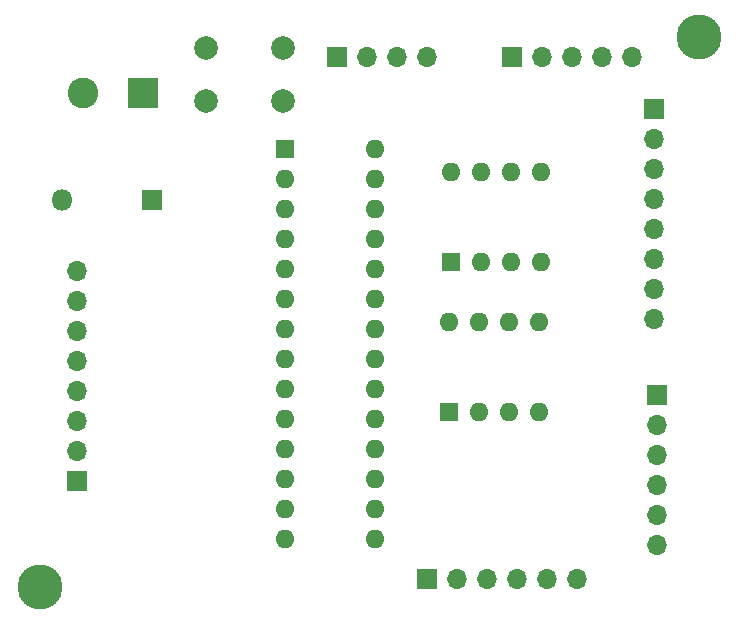
<source format=gbr>
%TF.GenerationSoftware,KiCad,Pcbnew,8.0.7*%
%TF.CreationDate,2025-04-27T20:59:37+03:00*%
%TF.ProjectId,data_logger_atmega_eeprom,64617461-5f6c-46f6-9767-65725f61746d,rev?*%
%TF.SameCoordinates,Original*%
%TF.FileFunction,Soldermask,Bot*%
%TF.FilePolarity,Negative*%
%FSLAX46Y46*%
G04 Gerber Fmt 4.6, Leading zero omitted, Abs format (unit mm)*
G04 Created by KiCad (PCBNEW 8.0.7) date 2025-04-27 20:59:37*
%MOMM*%
%LPD*%
G01*
G04 APERTURE LIST*
%ADD10C,3.800000*%
%ADD11R,2.600000X2.600000*%
%ADD12C,2.600000*%
%ADD13R,1.700000X1.700000*%
%ADD14O,1.700000X1.700000*%
%ADD15O,1.600000X1.600000*%
%ADD16R,1.600000X1.600000*%
%ADD17R,1.800000X1.800000*%
%ADD18O,1.800000X1.800000*%
%ADD19C,2.000000*%
G04 APERTURE END LIST*
D10*
%TO.C,H2*%
X127180000Y-95810000D03*
%TD*%
%TO.C,H1*%
X182960000Y-49250000D03*
%TD*%
D11*
%TO.C,J7*%
X135895000Y-54025000D03*
D12*
X130815000Y-54025000D03*
%TD*%
D13*
%TO.C,J1*%
X152290000Y-50990000D03*
D14*
X154830000Y-50990000D03*
X157370000Y-50990000D03*
X159910000Y-50990000D03*
%TD*%
D13*
%TO.C,J6*%
X179150000Y-55405000D03*
D14*
X179150000Y-57945000D03*
X179150000Y-60485000D03*
X179150000Y-63025000D03*
X179150000Y-65565000D03*
X179150000Y-68105000D03*
X179150000Y-70645000D03*
X179150000Y-73185000D03*
%TD*%
D13*
%TO.C,J5*%
X130310000Y-86900000D03*
D14*
X130310000Y-84360000D03*
X130310000Y-81820000D03*
X130310000Y-79280000D03*
X130310000Y-76740000D03*
X130310000Y-74200000D03*
X130310000Y-71660000D03*
X130310000Y-69120000D03*
%TD*%
D15*
%TO.C,U2*%
X161820000Y-73410000D03*
X164360000Y-73410000D03*
X166900000Y-73410000D03*
X169440000Y-73410000D03*
X169440000Y-81030000D03*
X166900000Y-81030000D03*
X164360000Y-81030000D03*
D16*
X161820000Y-81030000D03*
%TD*%
D13*
%TO.C,J3*%
X159930000Y-95150000D03*
D14*
X162470000Y-95150000D03*
X165010000Y-95150000D03*
X167550000Y-95150000D03*
X170090000Y-95150000D03*
X172630000Y-95150000D03*
%TD*%
D16*
%TO.C,U3*%
X161950000Y-68350000D03*
D15*
X164490000Y-68350000D03*
X167030000Y-68350000D03*
X169570000Y-68350000D03*
X169570000Y-60730000D03*
X167030000Y-60730000D03*
X164490000Y-60730000D03*
X161950000Y-60730000D03*
%TD*%
D17*
%TO.C,D1*%
X136630000Y-63030000D03*
D18*
X129010000Y-63030000D03*
%TD*%
D13*
%TO.C,J2*%
X167110000Y-50940000D03*
D14*
X169650000Y-50940000D03*
X172190000Y-50940000D03*
X174730000Y-50940000D03*
X177270000Y-50940000D03*
%TD*%
D16*
%TO.C,U1*%
X147890000Y-58740000D03*
D15*
X147890000Y-61280000D03*
X147890000Y-63820000D03*
X147890000Y-66360000D03*
X147890000Y-68900000D03*
X147890000Y-71440000D03*
X147890000Y-73980000D03*
X147890000Y-76520000D03*
X147890000Y-79060000D03*
X147890000Y-81600000D03*
X147890000Y-84140000D03*
X147890000Y-86680000D03*
X147890000Y-89220000D03*
X147890000Y-91760000D03*
X155510000Y-91760000D03*
X155510000Y-89220000D03*
X155510000Y-86680000D03*
X155510000Y-84140000D03*
X155510000Y-81600000D03*
X155510000Y-79060000D03*
X155510000Y-76520000D03*
X155510000Y-73980000D03*
X155510000Y-71440000D03*
X155510000Y-68900000D03*
X155510000Y-66360000D03*
X155510000Y-63820000D03*
X155510000Y-61280000D03*
X155510000Y-58740000D03*
%TD*%
D13*
%TO.C,J4*%
X179430000Y-79610000D03*
D14*
X179430000Y-82150000D03*
X179430000Y-84690000D03*
X179430000Y-87230000D03*
X179430000Y-89770000D03*
X179430000Y-92310000D03*
%TD*%
D19*
%TO.C,SW1*%
X141230000Y-50200000D03*
X147730000Y-50200000D03*
X141230000Y-54700000D03*
X147730000Y-54700000D03*
%TD*%
M02*

</source>
